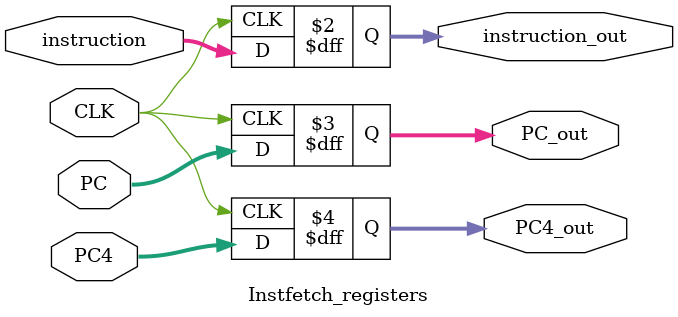
<source format=v>
module Instfetch_registers(
    input CLK,
    input [31:0] PC4,
    input [31:0] PC,
    input [31:0] instruction,

    output reg [31:0] instruction_out,
    output reg [31:0] PC_out,
    output reg [31:0] PC4_out

);

    reg [31:0] instruction_intermediate;
    reg [31:0] PC_intermediate;
    reg [31:0] PC4_intermediate;

    always @(posedge CLK) begin
        instruction_out <= instruction;
        PC_out <= PC;
        PC4_out <= PC4;
        // instruction_out = instruction_intermediate;
        // PC_out = PC_intermediate;
        // PC4_out = PC4_intermediate;

        // instruction_intermediate = instruction;
        // PC_intermediate = PC;
        // PC4_intermediate = PC4;
    end
endmodule
</source>
